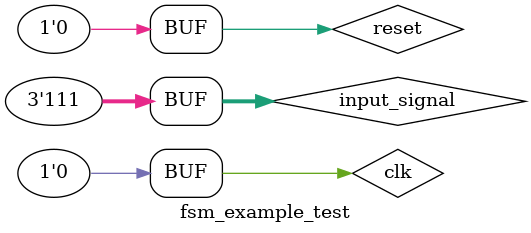
<source format=v>
`timescale 1ns / 1ps
module fsm_example_test;
	//-------------Internal Constants----------------------
	parameter INPUT_SIZE =  3;
	parameter OUTPUT_SIZE = 6;
	parameter STATE_SIZE =  3;
	
	// Inputs
	reg [INPUT_SIZE-1:0] input_signal;
	reg reset;
	reg clk;

	// Outputs
	wire [OUTPUT_SIZE-1:0] output_signal;

	// Instantiate the Unit Under Test (UUT)
	fsm_example uut (
		.input_signal(input_signal), 
		.output_signal(output_signal), 
		.reset(reset), 
		.clk(clk)
	);

	initial begin
	
		$display ("time\tclk\treset\t\tinput_signal\t\toutput_signal");
		$monitor ("%g\t%b\t%b\t\t%b\t\t%b",
					 $time, clk, reset, input_signal, output_signal);
	
		// Initialize Inputs
		input_signal = 0;
		reset = 1;
		clk = 0;

		// Reset the FSM.  Should go into S_IDLE= 3'b000 state, and output O_NOTHING= 6'b100000.
		#25; clk= 1; reset= 1;              
		#25; clk= 0; reset= 0;
		// No input.  Should stay in S_IDLE= 3'b000 state, and output O_NOTHING= 6'b100000.
		#25; clk= 1;              
		#25; clk= 0;
		#25; clk= 1;
		// Input I_GETTIRED= 3'b001. Should go to state S_SLEEP= 3'b010, and output O_SNORE= 6'b100001.
		#25; clk= 0;input_signal= 3'b001;
		#25; clk= 1;
		// Should stay in state S_SLEEP= 3'b010 state, and output O_SNORE= 6'b100001.
		#25; clk= 0;
		#25; clk= 1;
		#25; clk= 0;
		#25; clk= 1;
		#25; clk= 0;
		#25; clk= 1;
		// Input I_TIMEFORCLASS= 3'b100. Should go to state S_WAKEUP= 3'b100, and output O_UPSET= 6'b100010.
		#25; clk= 0;input_signal= 3'b100;
		#25; clk= 1;
		// Should go to state S_ATTENDCLASS= 3'b101, and output O_LEARN= 6'b100011.
		#25; clk= 0;
		#25; clk= 1;
		#25; clk= 0;
		#25; clk= 1;
		#25; clk= 0;
		#25; clk= 1;
		// Input I_TRANQUILIZER= 3'b011. Should go to state S_HIBERNATE= 3'b011, and output O_SNORE= 6'b100001.
		#25; clk= 0;input_signal= 3'b011;
		#25; clk= 1;
		#25; clk= 0;
		#25; clk= 1;
		#25; clk= 0;
		#25; clk= 1;
		// Input I_TIMEFORCLASS= 3'b100. Should still stay in state S_HIBERNATE= 3'b011, and output O_SNORE= 6'b100001.
		#25; clk= 0;input_signal= 3'b100;
		#25; clk= 1;
		#25; clk= 0;
		#25; clk= 1;
		#25; clk= 0;
		#25; clk= 1;
		#25; clk= 0;
		#25; clk= 1;
		// Input I_COLDWATER= 3'b111. Should go to state S_WAKEUP= 3'b100, and output O_UPSET= 6'b100010.
		#25; clk= 0;input_signal= 3'b111;
		#25; clk= 1;
		// Should go into S_IDLE= 3'b000 state, and output O_NOTHING= 6'b100000.
		#25; clk= 0;
		#25; clk= 1;
		#25; clk= 0;
		#25; clk= 1;
		#25; clk= 0;
	end
      
endmodule


</source>
